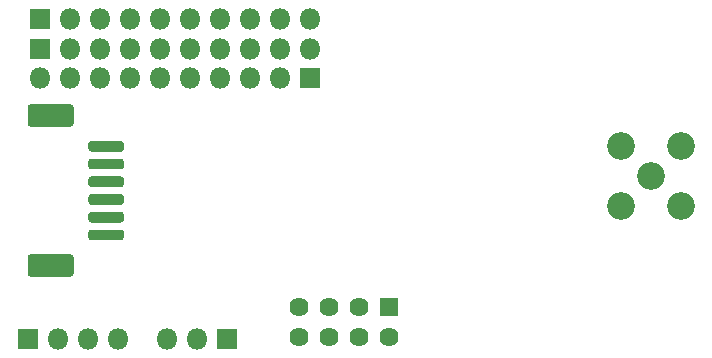
<source format=gbr>
%TF.GenerationSoftware,KiCad,Pcbnew,(5.1.6)-1*%
%TF.CreationDate,2020-09-08T20:54:55+07:00*%
%TF.ProjectId,RX_nrf24,52585f6e-7266-4323-942e-6b696361645f,rev?*%
%TF.SameCoordinates,Original*%
%TF.FileFunction,Soldermask,Bot*%
%TF.FilePolarity,Negative*%
%FSLAX46Y46*%
G04 Gerber Fmt 4.6, Leading zero omitted, Abs format (unit mm)*
G04 Created by KiCad (PCBNEW (5.1.6)-1) date 2020-09-08 20:54:55*
%MOMM*%
%LPD*%
G01*
G04 APERTURE LIST*
%ADD10C,1.624000*%
%ADD11R,1.624000X1.624000*%
%ADD12O,1.800000X1.800000*%
%ADD13R,1.800000X1.800000*%
%ADD14C,2.350000*%
G04 APERTURE END LIST*
D10*
%TO.C,nRF*%
X173430000Y-114900000D03*
X173430000Y-112360000D03*
X175970000Y-114900000D03*
X175970000Y-112360000D03*
X178510000Y-114900000D03*
X178510000Y-112360000D03*
X181050000Y-114900000D03*
D11*
X181050000Y-112360000D03*
%TD*%
D12*
%TO.C,J4*%
X151510000Y-93000000D03*
X154050000Y-93000000D03*
X156590000Y-93000000D03*
X159130000Y-93000000D03*
X161670000Y-93000000D03*
X164210000Y-93000000D03*
X166750000Y-93000000D03*
X169290000Y-93000000D03*
X171830000Y-93000000D03*
D13*
X174370000Y-93000000D03*
%TD*%
D14*
%TO.C,J3*%
X203270000Y-101240000D03*
X200730000Y-103780000D03*
X205810000Y-103780000D03*
X205810000Y-98700000D03*
X200730000Y-98700000D03*
%TD*%
D12*
%TO.C,G*%
X174360000Y-88000000D03*
X171820000Y-88000000D03*
X169280000Y-88000000D03*
X166740000Y-88000000D03*
X164200000Y-88000000D03*
X161660000Y-88000000D03*
X159120000Y-88000000D03*
X156580000Y-88000000D03*
X154040000Y-88000000D03*
D13*
X151500000Y-88000000D03*
%TD*%
D12*
%TO.C,3.3v*%
X174360000Y-90500000D03*
X171820000Y-90500000D03*
X169280000Y-90500000D03*
X166740000Y-90500000D03*
X164200000Y-90500000D03*
X161660000Y-90500000D03*
X159120000Y-90500000D03*
X156580000Y-90500000D03*
X154040000Y-90500000D03*
D13*
X151500000Y-90500000D03*
%TD*%
%TO.C,J6*%
G36*
G01*
X154086111Y-97100000D02*
X150713889Y-97100000D01*
G75*
G02*
X150450000Y-96836111I0J263889D01*
G01*
X150450000Y-95463889D01*
G75*
G02*
X150713889Y-95200000I263889J0D01*
G01*
X154086111Y-95200000D01*
G75*
G02*
X154350000Y-95463889I0J-263889D01*
G01*
X154350000Y-96836111D01*
G75*
G02*
X154086111Y-97100000I-263889J0D01*
G01*
G37*
G36*
G01*
X154086111Y-109800000D02*
X150713889Y-109800000D01*
G75*
G02*
X150450000Y-109536111I0J263889D01*
G01*
X150450000Y-108163889D01*
G75*
G02*
X150713889Y-107900000I263889J0D01*
G01*
X154086111Y-107900000D01*
G75*
G02*
X154350000Y-108163889I0J-263889D01*
G01*
X154350000Y-109536111D01*
G75*
G02*
X154086111Y-109800000I-263889J0D01*
G01*
G37*
G36*
G01*
X158375000Y-99200000D02*
X155825000Y-99200000D01*
G75*
G02*
X155600000Y-98975000I0J225000D01*
G01*
X155600000Y-98525000D01*
G75*
G02*
X155825000Y-98300000I225000J0D01*
G01*
X158375000Y-98300000D01*
G75*
G02*
X158600000Y-98525000I0J-225000D01*
G01*
X158600000Y-98975000D01*
G75*
G02*
X158375000Y-99200000I-225000J0D01*
G01*
G37*
G36*
G01*
X158375000Y-100700000D02*
X155825000Y-100700000D01*
G75*
G02*
X155600000Y-100475000I0J225000D01*
G01*
X155600000Y-100025000D01*
G75*
G02*
X155825000Y-99800000I225000J0D01*
G01*
X158375000Y-99800000D01*
G75*
G02*
X158600000Y-100025000I0J-225000D01*
G01*
X158600000Y-100475000D01*
G75*
G02*
X158375000Y-100700000I-225000J0D01*
G01*
G37*
G36*
G01*
X158375000Y-102200000D02*
X155825000Y-102200000D01*
G75*
G02*
X155600000Y-101975000I0J225000D01*
G01*
X155600000Y-101525000D01*
G75*
G02*
X155825000Y-101300000I225000J0D01*
G01*
X158375000Y-101300000D01*
G75*
G02*
X158600000Y-101525000I0J-225000D01*
G01*
X158600000Y-101975000D01*
G75*
G02*
X158375000Y-102200000I-225000J0D01*
G01*
G37*
G36*
G01*
X158375000Y-103700000D02*
X155825000Y-103700000D01*
G75*
G02*
X155600000Y-103475000I0J225000D01*
G01*
X155600000Y-103025000D01*
G75*
G02*
X155825000Y-102800000I225000J0D01*
G01*
X158375000Y-102800000D01*
G75*
G02*
X158600000Y-103025000I0J-225000D01*
G01*
X158600000Y-103475000D01*
G75*
G02*
X158375000Y-103700000I-225000J0D01*
G01*
G37*
G36*
G01*
X158375000Y-105200000D02*
X155825000Y-105200000D01*
G75*
G02*
X155600000Y-104975000I0J225000D01*
G01*
X155600000Y-104525000D01*
G75*
G02*
X155825000Y-104300000I225000J0D01*
G01*
X158375000Y-104300000D01*
G75*
G02*
X158600000Y-104525000I0J-225000D01*
G01*
X158600000Y-104975000D01*
G75*
G02*
X158375000Y-105200000I-225000J0D01*
G01*
G37*
G36*
G01*
X158375000Y-106700000D02*
X155825000Y-106700000D01*
G75*
G02*
X155600000Y-106475000I0J225000D01*
G01*
X155600000Y-106025000D01*
G75*
G02*
X155825000Y-105800000I225000J0D01*
G01*
X158375000Y-105800000D01*
G75*
G02*
X158600000Y-106025000I0J-225000D01*
G01*
X158600000Y-106475000D01*
G75*
G02*
X158375000Y-106700000I-225000J0D01*
G01*
G37*
%TD*%
D12*
%TO.C,+3.3V CLK DIO GND*%
X158100000Y-115040000D03*
X155560000Y-115040000D03*
X153020000Y-115040000D03*
D13*
X150480000Y-115040000D03*
%TD*%
D12*
%TO.C,BOOT*%
X162250000Y-115050000D03*
X164790000Y-115050000D03*
D13*
X167330000Y-115050000D03*
%TD*%
M02*

</source>
